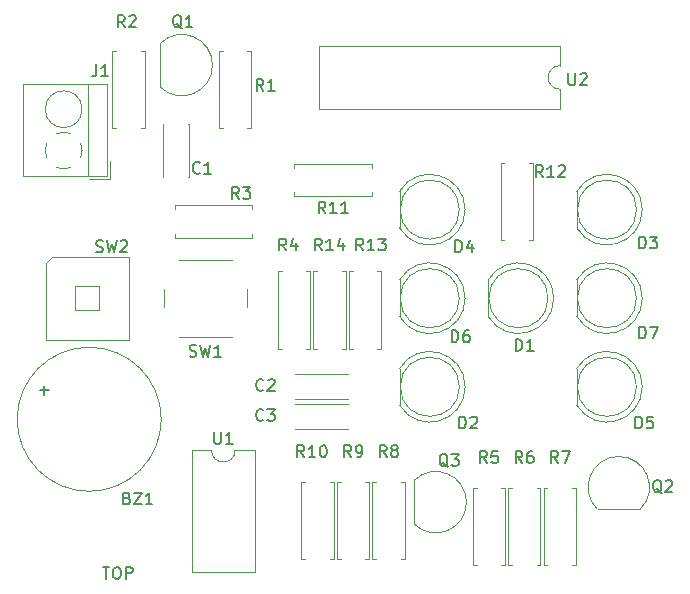
<source format=gto>
G04 #@! TF.GenerationSoftware,KiCad,Pcbnew,8.0.6*
G04 #@! TF.CreationDate,2025-01-02T19:07:44+01:00*
G04 #@! TF.ProjectId,kostka,6b6f7374-6b61-42e6-9b69-6361645f7063,1*
G04 #@! TF.SameCoordinates,Original*
G04 #@! TF.FileFunction,Legend,Top*
G04 #@! TF.FilePolarity,Positive*
%FSLAX46Y46*%
G04 Gerber Fmt 4.6, Leading zero omitted, Abs format (unit mm)*
G04 Created by KiCad (PCBNEW 8.0.6) date 2025-01-02 19:07:44*
%MOMM*%
%LPD*%
G01*
G04 APERTURE LIST*
%ADD10C,0.150000*%
%ADD11C,0.120000*%
%ADD12C,0.100000*%
%ADD13C,2.800000*%
%ADD14R,1.600000X1.600000*%
%ADD15O,1.600000X1.600000*%
%ADD16C,1.600000*%
%ADD17R,1.050000X1.500000*%
%ADD18O,1.050000X1.500000*%
%ADD19R,2.000000X2.000000*%
%ADD20C,2.000000*%
%ADD21R,1.800000X1.800000*%
%ADD22C,1.800000*%
%ADD23R,1.500000X1.050000*%
%ADD24O,1.500000X1.050000*%
%ADD25R,2.400000X2.400000*%
%ADD26C,2.400000*%
G04 APERTURE END LIST*
D10*
X138306422Y-107772319D02*
X138877850Y-107772319D01*
X138592136Y-108772319D02*
X138592136Y-107772319D01*
X139401660Y-107772319D02*
X139592136Y-107772319D01*
X139592136Y-107772319D02*
X139687374Y-107819938D01*
X139687374Y-107819938D02*
X139782612Y-107915176D01*
X139782612Y-107915176D02*
X139830231Y-108105652D01*
X139830231Y-108105652D02*
X139830231Y-108438985D01*
X139830231Y-108438985D02*
X139782612Y-108629461D01*
X139782612Y-108629461D02*
X139687374Y-108724700D01*
X139687374Y-108724700D02*
X139592136Y-108772319D01*
X139592136Y-108772319D02*
X139401660Y-108772319D01*
X139401660Y-108772319D02*
X139306422Y-108724700D01*
X139306422Y-108724700D02*
X139211184Y-108629461D01*
X139211184Y-108629461D02*
X139163565Y-108438985D01*
X139163565Y-108438985D02*
X139163565Y-108105652D01*
X139163565Y-108105652D02*
X139211184Y-107915176D01*
X139211184Y-107915176D02*
X139306422Y-107819938D01*
X139306422Y-107819938D02*
X139401660Y-107772319D01*
X140258803Y-108772319D02*
X140258803Y-107772319D01*
X140258803Y-107772319D02*
X140639755Y-107772319D01*
X140639755Y-107772319D02*
X140734993Y-107819938D01*
X140734993Y-107819938D02*
X140782612Y-107867557D01*
X140782612Y-107867557D02*
X140830231Y-107962795D01*
X140830231Y-107962795D02*
X140830231Y-108105652D01*
X140830231Y-108105652D02*
X140782612Y-108200890D01*
X140782612Y-108200890D02*
X140734993Y-108248509D01*
X140734993Y-108248509D02*
X140639755Y-108296128D01*
X140639755Y-108296128D02*
X140258803Y-108296128D01*
X177738095Y-65954819D02*
X177738095Y-66764342D01*
X177738095Y-66764342D02*
X177785714Y-66859580D01*
X177785714Y-66859580D02*
X177833333Y-66907200D01*
X177833333Y-66907200D02*
X177928571Y-66954819D01*
X177928571Y-66954819D02*
X178119047Y-66954819D01*
X178119047Y-66954819D02*
X178214285Y-66907200D01*
X178214285Y-66907200D02*
X178261904Y-66859580D01*
X178261904Y-66859580D02*
X178309523Y-66764342D01*
X178309523Y-66764342D02*
X178309523Y-65954819D01*
X178738095Y-66050057D02*
X178785714Y-66002438D01*
X178785714Y-66002438D02*
X178880952Y-65954819D01*
X178880952Y-65954819D02*
X179119047Y-65954819D01*
X179119047Y-65954819D02*
X179214285Y-66002438D01*
X179214285Y-66002438D02*
X179261904Y-66050057D01*
X179261904Y-66050057D02*
X179309523Y-66145295D01*
X179309523Y-66145295D02*
X179309523Y-66240533D01*
X179309523Y-66240533D02*
X179261904Y-66383390D01*
X179261904Y-66383390D02*
X178690476Y-66954819D01*
X178690476Y-66954819D02*
X179309523Y-66954819D01*
X173833333Y-98954819D02*
X173500000Y-98478628D01*
X173261905Y-98954819D02*
X173261905Y-97954819D01*
X173261905Y-97954819D02*
X173642857Y-97954819D01*
X173642857Y-97954819D02*
X173738095Y-98002438D01*
X173738095Y-98002438D02*
X173785714Y-98050057D01*
X173785714Y-98050057D02*
X173833333Y-98145295D01*
X173833333Y-98145295D02*
X173833333Y-98288152D01*
X173833333Y-98288152D02*
X173785714Y-98383390D01*
X173785714Y-98383390D02*
X173738095Y-98431009D01*
X173738095Y-98431009D02*
X173642857Y-98478628D01*
X173642857Y-98478628D02*
X173261905Y-98478628D01*
X174690476Y-97954819D02*
X174500000Y-97954819D01*
X174500000Y-97954819D02*
X174404762Y-98002438D01*
X174404762Y-98002438D02*
X174357143Y-98050057D01*
X174357143Y-98050057D02*
X174261905Y-98192914D01*
X174261905Y-98192914D02*
X174214286Y-98383390D01*
X174214286Y-98383390D02*
X174214286Y-98764342D01*
X174214286Y-98764342D02*
X174261905Y-98859580D01*
X174261905Y-98859580D02*
X174309524Y-98907200D01*
X174309524Y-98907200D02*
X174404762Y-98954819D01*
X174404762Y-98954819D02*
X174595238Y-98954819D01*
X174595238Y-98954819D02*
X174690476Y-98907200D01*
X174690476Y-98907200D02*
X174738095Y-98859580D01*
X174738095Y-98859580D02*
X174785714Y-98764342D01*
X174785714Y-98764342D02*
X174785714Y-98526247D01*
X174785714Y-98526247D02*
X174738095Y-98431009D01*
X174738095Y-98431009D02*
X174690476Y-98383390D01*
X174690476Y-98383390D02*
X174595238Y-98335771D01*
X174595238Y-98335771D02*
X174404762Y-98335771D01*
X174404762Y-98335771D02*
X174309524Y-98383390D01*
X174309524Y-98383390D02*
X174261905Y-98431009D01*
X174261905Y-98431009D02*
X174214286Y-98526247D01*
X155357142Y-98454819D02*
X155023809Y-97978628D01*
X154785714Y-98454819D02*
X154785714Y-97454819D01*
X154785714Y-97454819D02*
X155166666Y-97454819D01*
X155166666Y-97454819D02*
X155261904Y-97502438D01*
X155261904Y-97502438D02*
X155309523Y-97550057D01*
X155309523Y-97550057D02*
X155357142Y-97645295D01*
X155357142Y-97645295D02*
X155357142Y-97788152D01*
X155357142Y-97788152D02*
X155309523Y-97883390D01*
X155309523Y-97883390D02*
X155261904Y-97931009D01*
X155261904Y-97931009D02*
X155166666Y-97978628D01*
X155166666Y-97978628D02*
X154785714Y-97978628D01*
X156309523Y-98454819D02*
X155738095Y-98454819D01*
X156023809Y-98454819D02*
X156023809Y-97454819D01*
X156023809Y-97454819D02*
X155928571Y-97597676D01*
X155928571Y-97597676D02*
X155833333Y-97692914D01*
X155833333Y-97692914D02*
X155738095Y-97740533D01*
X156928571Y-97454819D02*
X157023809Y-97454819D01*
X157023809Y-97454819D02*
X157119047Y-97502438D01*
X157119047Y-97502438D02*
X157166666Y-97550057D01*
X157166666Y-97550057D02*
X157214285Y-97645295D01*
X157214285Y-97645295D02*
X157261904Y-97835771D01*
X157261904Y-97835771D02*
X157261904Y-98073866D01*
X157261904Y-98073866D02*
X157214285Y-98264342D01*
X157214285Y-98264342D02*
X157166666Y-98359580D01*
X157166666Y-98359580D02*
X157119047Y-98407200D01*
X157119047Y-98407200D02*
X157023809Y-98454819D01*
X157023809Y-98454819D02*
X156928571Y-98454819D01*
X156928571Y-98454819D02*
X156833333Y-98407200D01*
X156833333Y-98407200D02*
X156785714Y-98359580D01*
X156785714Y-98359580D02*
X156738095Y-98264342D01*
X156738095Y-98264342D02*
X156690476Y-98073866D01*
X156690476Y-98073866D02*
X156690476Y-97835771D01*
X156690476Y-97835771D02*
X156738095Y-97645295D01*
X156738095Y-97645295D02*
X156785714Y-97550057D01*
X156785714Y-97550057D02*
X156833333Y-97502438D01*
X156833333Y-97502438D02*
X156928571Y-97454819D01*
X140168333Y-62049819D02*
X139835000Y-61573628D01*
X139596905Y-62049819D02*
X139596905Y-61049819D01*
X139596905Y-61049819D02*
X139977857Y-61049819D01*
X139977857Y-61049819D02*
X140073095Y-61097438D01*
X140073095Y-61097438D02*
X140120714Y-61145057D01*
X140120714Y-61145057D02*
X140168333Y-61240295D01*
X140168333Y-61240295D02*
X140168333Y-61383152D01*
X140168333Y-61383152D02*
X140120714Y-61478390D01*
X140120714Y-61478390D02*
X140073095Y-61526009D01*
X140073095Y-61526009D02*
X139977857Y-61573628D01*
X139977857Y-61573628D02*
X139596905Y-61573628D01*
X140549286Y-61145057D02*
X140596905Y-61097438D01*
X140596905Y-61097438D02*
X140692143Y-61049819D01*
X140692143Y-61049819D02*
X140930238Y-61049819D01*
X140930238Y-61049819D02*
X141025476Y-61097438D01*
X141025476Y-61097438D02*
X141073095Y-61145057D01*
X141073095Y-61145057D02*
X141120714Y-61240295D01*
X141120714Y-61240295D02*
X141120714Y-61335533D01*
X141120714Y-61335533D02*
X141073095Y-61478390D01*
X141073095Y-61478390D02*
X140501667Y-62049819D01*
X140501667Y-62049819D02*
X141120714Y-62049819D01*
X153833333Y-80954819D02*
X153500000Y-80478628D01*
X153261905Y-80954819D02*
X153261905Y-79954819D01*
X153261905Y-79954819D02*
X153642857Y-79954819D01*
X153642857Y-79954819D02*
X153738095Y-80002438D01*
X153738095Y-80002438D02*
X153785714Y-80050057D01*
X153785714Y-80050057D02*
X153833333Y-80145295D01*
X153833333Y-80145295D02*
X153833333Y-80288152D01*
X153833333Y-80288152D02*
X153785714Y-80383390D01*
X153785714Y-80383390D02*
X153738095Y-80431009D01*
X153738095Y-80431009D02*
X153642857Y-80478628D01*
X153642857Y-80478628D02*
X153261905Y-80478628D01*
X154690476Y-80288152D02*
X154690476Y-80954819D01*
X154452381Y-79907200D02*
X154214286Y-80621485D01*
X154214286Y-80621485D02*
X154833333Y-80621485D01*
X185642261Y-101515057D02*
X185547023Y-101467438D01*
X185547023Y-101467438D02*
X185451785Y-101372200D01*
X185451785Y-101372200D02*
X185308928Y-101229342D01*
X185308928Y-101229342D02*
X185213690Y-101181723D01*
X185213690Y-101181723D02*
X185118452Y-101181723D01*
X185166071Y-101419819D02*
X185070833Y-101372200D01*
X185070833Y-101372200D02*
X184975595Y-101276961D01*
X184975595Y-101276961D02*
X184927976Y-101086485D01*
X184927976Y-101086485D02*
X184927976Y-100753152D01*
X184927976Y-100753152D02*
X184975595Y-100562676D01*
X184975595Y-100562676D02*
X185070833Y-100467438D01*
X185070833Y-100467438D02*
X185166071Y-100419819D01*
X185166071Y-100419819D02*
X185356547Y-100419819D01*
X185356547Y-100419819D02*
X185451785Y-100467438D01*
X185451785Y-100467438D02*
X185547023Y-100562676D01*
X185547023Y-100562676D02*
X185594642Y-100753152D01*
X185594642Y-100753152D02*
X185594642Y-101086485D01*
X185594642Y-101086485D02*
X185547023Y-101276961D01*
X185547023Y-101276961D02*
X185451785Y-101372200D01*
X185451785Y-101372200D02*
X185356547Y-101419819D01*
X185356547Y-101419819D02*
X185166071Y-101419819D01*
X185975595Y-100515057D02*
X186023214Y-100467438D01*
X186023214Y-100467438D02*
X186118452Y-100419819D01*
X186118452Y-100419819D02*
X186356547Y-100419819D01*
X186356547Y-100419819D02*
X186451785Y-100467438D01*
X186451785Y-100467438D02*
X186499404Y-100515057D01*
X186499404Y-100515057D02*
X186547023Y-100610295D01*
X186547023Y-100610295D02*
X186547023Y-100705533D01*
X186547023Y-100705533D02*
X186499404Y-100848390D01*
X186499404Y-100848390D02*
X185927976Y-101419819D01*
X185927976Y-101419819D02*
X186547023Y-101419819D01*
X176833333Y-98954819D02*
X176500000Y-98478628D01*
X176261905Y-98954819D02*
X176261905Y-97954819D01*
X176261905Y-97954819D02*
X176642857Y-97954819D01*
X176642857Y-97954819D02*
X176738095Y-98002438D01*
X176738095Y-98002438D02*
X176785714Y-98050057D01*
X176785714Y-98050057D02*
X176833333Y-98145295D01*
X176833333Y-98145295D02*
X176833333Y-98288152D01*
X176833333Y-98288152D02*
X176785714Y-98383390D01*
X176785714Y-98383390D02*
X176738095Y-98431009D01*
X176738095Y-98431009D02*
X176642857Y-98478628D01*
X176642857Y-98478628D02*
X176261905Y-98478628D01*
X177166667Y-97954819D02*
X177833333Y-97954819D01*
X177833333Y-97954819D02*
X177404762Y-98954819D01*
X140369047Y-101931009D02*
X140511904Y-101978628D01*
X140511904Y-101978628D02*
X140559523Y-102026247D01*
X140559523Y-102026247D02*
X140607142Y-102121485D01*
X140607142Y-102121485D02*
X140607142Y-102264342D01*
X140607142Y-102264342D02*
X140559523Y-102359580D01*
X140559523Y-102359580D02*
X140511904Y-102407200D01*
X140511904Y-102407200D02*
X140416666Y-102454819D01*
X140416666Y-102454819D02*
X140035714Y-102454819D01*
X140035714Y-102454819D02*
X140035714Y-101454819D01*
X140035714Y-101454819D02*
X140369047Y-101454819D01*
X140369047Y-101454819D02*
X140464285Y-101502438D01*
X140464285Y-101502438D02*
X140511904Y-101550057D01*
X140511904Y-101550057D02*
X140559523Y-101645295D01*
X140559523Y-101645295D02*
X140559523Y-101740533D01*
X140559523Y-101740533D02*
X140511904Y-101835771D01*
X140511904Y-101835771D02*
X140464285Y-101883390D01*
X140464285Y-101883390D02*
X140369047Y-101931009D01*
X140369047Y-101931009D02*
X140035714Y-101931009D01*
X140940476Y-101454819D02*
X141607142Y-101454819D01*
X141607142Y-101454819D02*
X140940476Y-102454819D01*
X140940476Y-102454819D02*
X141607142Y-102454819D01*
X142511904Y-102454819D02*
X141940476Y-102454819D01*
X142226190Y-102454819D02*
X142226190Y-101454819D01*
X142226190Y-101454819D02*
X142130952Y-101597676D01*
X142130952Y-101597676D02*
X142035714Y-101692914D01*
X142035714Y-101692914D02*
X141940476Y-101740533D01*
X132969048Y-92783866D02*
X133730953Y-92783866D01*
X133350000Y-93164819D02*
X133350000Y-92402914D01*
X183729405Y-80782319D02*
X183729405Y-79782319D01*
X183729405Y-79782319D02*
X183967500Y-79782319D01*
X183967500Y-79782319D02*
X184110357Y-79829938D01*
X184110357Y-79829938D02*
X184205595Y-79925176D01*
X184205595Y-79925176D02*
X184253214Y-80020414D01*
X184253214Y-80020414D02*
X184300833Y-80210890D01*
X184300833Y-80210890D02*
X184300833Y-80353747D01*
X184300833Y-80353747D02*
X184253214Y-80544223D01*
X184253214Y-80544223D02*
X184205595Y-80639461D01*
X184205595Y-80639461D02*
X184110357Y-80734700D01*
X184110357Y-80734700D02*
X183967500Y-80782319D01*
X183967500Y-80782319D02*
X183729405Y-80782319D01*
X184634167Y-79782319D02*
X185253214Y-79782319D01*
X185253214Y-79782319D02*
X184919881Y-80163271D01*
X184919881Y-80163271D02*
X185062738Y-80163271D01*
X185062738Y-80163271D02*
X185157976Y-80210890D01*
X185157976Y-80210890D02*
X185205595Y-80258509D01*
X185205595Y-80258509D02*
X185253214Y-80353747D01*
X185253214Y-80353747D02*
X185253214Y-80591842D01*
X185253214Y-80591842D02*
X185205595Y-80687080D01*
X185205595Y-80687080D02*
X185157976Y-80734700D01*
X185157976Y-80734700D02*
X185062738Y-80782319D01*
X185062738Y-80782319D02*
X184777024Y-80782319D01*
X184777024Y-80782319D02*
X184681786Y-80734700D01*
X184681786Y-80734700D02*
X184634167Y-80687080D01*
X147748095Y-96324819D02*
X147748095Y-97134342D01*
X147748095Y-97134342D02*
X147795714Y-97229580D01*
X147795714Y-97229580D02*
X147843333Y-97277200D01*
X147843333Y-97277200D02*
X147938571Y-97324819D01*
X147938571Y-97324819D02*
X148129047Y-97324819D01*
X148129047Y-97324819D02*
X148224285Y-97277200D01*
X148224285Y-97277200D02*
X148271904Y-97229580D01*
X148271904Y-97229580D02*
X148319523Y-97134342D01*
X148319523Y-97134342D02*
X148319523Y-96324819D01*
X149319523Y-97324819D02*
X148748095Y-97324819D01*
X149033809Y-97324819D02*
X149033809Y-96324819D01*
X149033809Y-96324819D02*
X148938571Y-96467676D01*
X148938571Y-96467676D02*
X148843333Y-96562914D01*
X148843333Y-96562914D02*
X148748095Y-96610533D01*
X145002261Y-62145057D02*
X144907023Y-62097438D01*
X144907023Y-62097438D02*
X144811785Y-62002200D01*
X144811785Y-62002200D02*
X144668928Y-61859342D01*
X144668928Y-61859342D02*
X144573690Y-61811723D01*
X144573690Y-61811723D02*
X144478452Y-61811723D01*
X144526071Y-62049819D02*
X144430833Y-62002200D01*
X144430833Y-62002200D02*
X144335595Y-61906961D01*
X144335595Y-61906961D02*
X144287976Y-61716485D01*
X144287976Y-61716485D02*
X144287976Y-61383152D01*
X144287976Y-61383152D02*
X144335595Y-61192676D01*
X144335595Y-61192676D02*
X144430833Y-61097438D01*
X144430833Y-61097438D02*
X144526071Y-61049819D01*
X144526071Y-61049819D02*
X144716547Y-61049819D01*
X144716547Y-61049819D02*
X144811785Y-61097438D01*
X144811785Y-61097438D02*
X144907023Y-61192676D01*
X144907023Y-61192676D02*
X144954642Y-61383152D01*
X144954642Y-61383152D02*
X144954642Y-61716485D01*
X144954642Y-61716485D02*
X144907023Y-61906961D01*
X144907023Y-61906961D02*
X144811785Y-62002200D01*
X144811785Y-62002200D02*
X144716547Y-62049819D01*
X144716547Y-62049819D02*
X144526071Y-62049819D01*
X145907023Y-62049819D02*
X145335595Y-62049819D01*
X145621309Y-62049819D02*
X145621309Y-61049819D01*
X145621309Y-61049819D02*
X145526071Y-61192676D01*
X145526071Y-61192676D02*
X145430833Y-61287914D01*
X145430833Y-61287914D02*
X145335595Y-61335533D01*
X151915833Y-67447319D02*
X151582500Y-66971128D01*
X151344405Y-67447319D02*
X151344405Y-66447319D01*
X151344405Y-66447319D02*
X151725357Y-66447319D01*
X151725357Y-66447319D02*
X151820595Y-66494938D01*
X151820595Y-66494938D02*
X151868214Y-66542557D01*
X151868214Y-66542557D02*
X151915833Y-66637795D01*
X151915833Y-66637795D02*
X151915833Y-66780652D01*
X151915833Y-66780652D02*
X151868214Y-66875890D01*
X151868214Y-66875890D02*
X151820595Y-66923509D01*
X151820595Y-66923509D02*
X151725357Y-66971128D01*
X151725357Y-66971128D02*
X151344405Y-66971128D01*
X152868214Y-67447319D02*
X152296786Y-67447319D01*
X152582500Y-67447319D02*
X152582500Y-66447319D01*
X152582500Y-66447319D02*
X152487262Y-66590176D01*
X152487262Y-66590176D02*
X152392024Y-66685414D01*
X152392024Y-66685414D02*
X152296786Y-66733033D01*
X159333333Y-98454819D02*
X159000000Y-97978628D01*
X158761905Y-98454819D02*
X158761905Y-97454819D01*
X158761905Y-97454819D02*
X159142857Y-97454819D01*
X159142857Y-97454819D02*
X159238095Y-97502438D01*
X159238095Y-97502438D02*
X159285714Y-97550057D01*
X159285714Y-97550057D02*
X159333333Y-97645295D01*
X159333333Y-97645295D02*
X159333333Y-97788152D01*
X159333333Y-97788152D02*
X159285714Y-97883390D01*
X159285714Y-97883390D02*
X159238095Y-97931009D01*
X159238095Y-97931009D02*
X159142857Y-97978628D01*
X159142857Y-97978628D02*
X158761905Y-97978628D01*
X159809524Y-98454819D02*
X160000000Y-98454819D01*
X160000000Y-98454819D02*
X160095238Y-98407200D01*
X160095238Y-98407200D02*
X160142857Y-98359580D01*
X160142857Y-98359580D02*
X160238095Y-98216723D01*
X160238095Y-98216723D02*
X160285714Y-98026247D01*
X160285714Y-98026247D02*
X160285714Y-97645295D01*
X160285714Y-97645295D02*
X160238095Y-97550057D01*
X160238095Y-97550057D02*
X160190476Y-97502438D01*
X160190476Y-97502438D02*
X160095238Y-97454819D01*
X160095238Y-97454819D02*
X159904762Y-97454819D01*
X159904762Y-97454819D02*
X159809524Y-97502438D01*
X159809524Y-97502438D02*
X159761905Y-97550057D01*
X159761905Y-97550057D02*
X159714286Y-97645295D01*
X159714286Y-97645295D02*
X159714286Y-97883390D01*
X159714286Y-97883390D02*
X159761905Y-97978628D01*
X159761905Y-97978628D02*
X159809524Y-98026247D01*
X159809524Y-98026247D02*
X159904762Y-98073866D01*
X159904762Y-98073866D02*
X160095238Y-98073866D01*
X160095238Y-98073866D02*
X160190476Y-98026247D01*
X160190476Y-98026247D02*
X160238095Y-97978628D01*
X160238095Y-97978628D02*
X160285714Y-97883390D01*
X146533333Y-74359580D02*
X146485714Y-74407200D01*
X146485714Y-74407200D02*
X146342857Y-74454819D01*
X146342857Y-74454819D02*
X146247619Y-74454819D01*
X146247619Y-74454819D02*
X146104762Y-74407200D01*
X146104762Y-74407200D02*
X146009524Y-74311961D01*
X146009524Y-74311961D02*
X145961905Y-74216723D01*
X145961905Y-74216723D02*
X145914286Y-74026247D01*
X145914286Y-74026247D02*
X145914286Y-73883390D01*
X145914286Y-73883390D02*
X145961905Y-73692914D01*
X145961905Y-73692914D02*
X146009524Y-73597676D01*
X146009524Y-73597676D02*
X146104762Y-73502438D01*
X146104762Y-73502438D02*
X146247619Y-73454819D01*
X146247619Y-73454819D02*
X146342857Y-73454819D01*
X146342857Y-73454819D02*
X146485714Y-73502438D01*
X146485714Y-73502438D02*
X146533333Y-73550057D01*
X147485714Y-74454819D02*
X146914286Y-74454819D01*
X147200000Y-74454819D02*
X147200000Y-73454819D01*
X147200000Y-73454819D02*
X147104762Y-73597676D01*
X147104762Y-73597676D02*
X147009524Y-73692914D01*
X147009524Y-73692914D02*
X146914286Y-73740533D01*
X157167142Y-77824819D02*
X156833809Y-77348628D01*
X156595714Y-77824819D02*
X156595714Y-76824819D01*
X156595714Y-76824819D02*
X156976666Y-76824819D01*
X156976666Y-76824819D02*
X157071904Y-76872438D01*
X157071904Y-76872438D02*
X157119523Y-76920057D01*
X157119523Y-76920057D02*
X157167142Y-77015295D01*
X157167142Y-77015295D02*
X157167142Y-77158152D01*
X157167142Y-77158152D02*
X157119523Y-77253390D01*
X157119523Y-77253390D02*
X157071904Y-77301009D01*
X157071904Y-77301009D02*
X156976666Y-77348628D01*
X156976666Y-77348628D02*
X156595714Y-77348628D01*
X158119523Y-77824819D02*
X157548095Y-77824819D01*
X157833809Y-77824819D02*
X157833809Y-76824819D01*
X157833809Y-76824819D02*
X157738571Y-76967676D01*
X157738571Y-76967676D02*
X157643333Y-77062914D01*
X157643333Y-77062914D02*
X157548095Y-77110533D01*
X159071904Y-77824819D02*
X158500476Y-77824819D01*
X158786190Y-77824819D02*
X158786190Y-76824819D01*
X158786190Y-76824819D02*
X158690952Y-76967676D01*
X158690952Y-76967676D02*
X158595714Y-77062914D01*
X158595714Y-77062914D02*
X158500476Y-77110533D01*
X183411905Y-96022319D02*
X183411905Y-95022319D01*
X183411905Y-95022319D02*
X183650000Y-95022319D01*
X183650000Y-95022319D02*
X183792857Y-95069938D01*
X183792857Y-95069938D02*
X183888095Y-95165176D01*
X183888095Y-95165176D02*
X183935714Y-95260414D01*
X183935714Y-95260414D02*
X183983333Y-95450890D01*
X183983333Y-95450890D02*
X183983333Y-95593747D01*
X183983333Y-95593747D02*
X183935714Y-95784223D01*
X183935714Y-95784223D02*
X183888095Y-95879461D01*
X183888095Y-95879461D02*
X183792857Y-95974700D01*
X183792857Y-95974700D02*
X183650000Y-96022319D01*
X183650000Y-96022319D02*
X183411905Y-96022319D01*
X184888095Y-95022319D02*
X184411905Y-95022319D01*
X184411905Y-95022319D02*
X184364286Y-95498509D01*
X184364286Y-95498509D02*
X184411905Y-95450890D01*
X184411905Y-95450890D02*
X184507143Y-95403271D01*
X184507143Y-95403271D02*
X184745238Y-95403271D01*
X184745238Y-95403271D02*
X184840476Y-95450890D01*
X184840476Y-95450890D02*
X184888095Y-95498509D01*
X184888095Y-95498509D02*
X184935714Y-95593747D01*
X184935714Y-95593747D02*
X184935714Y-95831842D01*
X184935714Y-95831842D02*
X184888095Y-95927080D01*
X184888095Y-95927080D02*
X184840476Y-95974700D01*
X184840476Y-95974700D02*
X184745238Y-96022319D01*
X184745238Y-96022319D02*
X184507143Y-96022319D01*
X184507143Y-96022319D02*
X184411905Y-95974700D01*
X184411905Y-95974700D02*
X184364286Y-95927080D01*
X167854405Y-88719819D02*
X167854405Y-87719819D01*
X167854405Y-87719819D02*
X168092500Y-87719819D01*
X168092500Y-87719819D02*
X168235357Y-87767438D01*
X168235357Y-87767438D02*
X168330595Y-87862676D01*
X168330595Y-87862676D02*
X168378214Y-87957914D01*
X168378214Y-87957914D02*
X168425833Y-88148390D01*
X168425833Y-88148390D02*
X168425833Y-88291247D01*
X168425833Y-88291247D02*
X168378214Y-88481723D01*
X168378214Y-88481723D02*
X168330595Y-88576961D01*
X168330595Y-88576961D02*
X168235357Y-88672200D01*
X168235357Y-88672200D02*
X168092500Y-88719819D01*
X168092500Y-88719819D02*
X167854405Y-88719819D01*
X169282976Y-87719819D02*
X169092500Y-87719819D01*
X169092500Y-87719819D02*
X168997262Y-87767438D01*
X168997262Y-87767438D02*
X168949643Y-87815057D01*
X168949643Y-87815057D02*
X168854405Y-87957914D01*
X168854405Y-87957914D02*
X168806786Y-88148390D01*
X168806786Y-88148390D02*
X168806786Y-88529342D01*
X168806786Y-88529342D02*
X168854405Y-88624580D01*
X168854405Y-88624580D02*
X168902024Y-88672200D01*
X168902024Y-88672200D02*
X168997262Y-88719819D01*
X168997262Y-88719819D02*
X169187738Y-88719819D01*
X169187738Y-88719819D02*
X169282976Y-88672200D01*
X169282976Y-88672200D02*
X169330595Y-88624580D01*
X169330595Y-88624580D02*
X169378214Y-88529342D01*
X169378214Y-88529342D02*
X169378214Y-88291247D01*
X169378214Y-88291247D02*
X169330595Y-88196009D01*
X169330595Y-88196009D02*
X169282976Y-88148390D01*
X169282976Y-88148390D02*
X169187738Y-88100771D01*
X169187738Y-88100771D02*
X168997262Y-88100771D01*
X168997262Y-88100771D02*
X168902024Y-88148390D01*
X168902024Y-88148390D02*
X168854405Y-88196009D01*
X168854405Y-88196009D02*
X168806786Y-88291247D01*
X137766666Y-65204819D02*
X137766666Y-65919104D01*
X137766666Y-65919104D02*
X137719047Y-66061961D01*
X137719047Y-66061961D02*
X137623809Y-66157200D01*
X137623809Y-66157200D02*
X137480952Y-66204819D01*
X137480952Y-66204819D02*
X137385714Y-66204819D01*
X138766666Y-66204819D02*
X138195238Y-66204819D01*
X138480952Y-66204819D02*
X138480952Y-65204819D01*
X138480952Y-65204819D02*
X138385714Y-65347676D01*
X138385714Y-65347676D02*
X138290476Y-65442914D01*
X138290476Y-65442914D02*
X138195238Y-65490533D01*
X137731667Y-81052200D02*
X137874524Y-81099819D01*
X137874524Y-81099819D02*
X138112619Y-81099819D01*
X138112619Y-81099819D02*
X138207857Y-81052200D01*
X138207857Y-81052200D02*
X138255476Y-81004580D01*
X138255476Y-81004580D02*
X138303095Y-80909342D01*
X138303095Y-80909342D02*
X138303095Y-80814104D01*
X138303095Y-80814104D02*
X138255476Y-80718866D01*
X138255476Y-80718866D02*
X138207857Y-80671247D01*
X138207857Y-80671247D02*
X138112619Y-80623628D01*
X138112619Y-80623628D02*
X137922143Y-80576009D01*
X137922143Y-80576009D02*
X137826905Y-80528390D01*
X137826905Y-80528390D02*
X137779286Y-80480771D01*
X137779286Y-80480771D02*
X137731667Y-80385533D01*
X137731667Y-80385533D02*
X137731667Y-80290295D01*
X137731667Y-80290295D02*
X137779286Y-80195057D01*
X137779286Y-80195057D02*
X137826905Y-80147438D01*
X137826905Y-80147438D02*
X137922143Y-80099819D01*
X137922143Y-80099819D02*
X138160238Y-80099819D01*
X138160238Y-80099819D02*
X138303095Y-80147438D01*
X138636429Y-80099819D02*
X138874524Y-81099819D01*
X138874524Y-81099819D02*
X139065000Y-80385533D01*
X139065000Y-80385533D02*
X139255476Y-81099819D01*
X139255476Y-81099819D02*
X139493572Y-80099819D01*
X139826905Y-80195057D02*
X139874524Y-80147438D01*
X139874524Y-80147438D02*
X139969762Y-80099819D01*
X139969762Y-80099819D02*
X140207857Y-80099819D01*
X140207857Y-80099819D02*
X140303095Y-80147438D01*
X140303095Y-80147438D02*
X140350714Y-80195057D01*
X140350714Y-80195057D02*
X140398333Y-80290295D01*
X140398333Y-80290295D02*
X140398333Y-80385533D01*
X140398333Y-80385533D02*
X140350714Y-80528390D01*
X140350714Y-80528390D02*
X139779286Y-81099819D01*
X139779286Y-81099819D02*
X140398333Y-81099819D01*
X170833333Y-98954819D02*
X170500000Y-98478628D01*
X170261905Y-98954819D02*
X170261905Y-97954819D01*
X170261905Y-97954819D02*
X170642857Y-97954819D01*
X170642857Y-97954819D02*
X170738095Y-98002438D01*
X170738095Y-98002438D02*
X170785714Y-98050057D01*
X170785714Y-98050057D02*
X170833333Y-98145295D01*
X170833333Y-98145295D02*
X170833333Y-98288152D01*
X170833333Y-98288152D02*
X170785714Y-98383390D01*
X170785714Y-98383390D02*
X170738095Y-98431009D01*
X170738095Y-98431009D02*
X170642857Y-98478628D01*
X170642857Y-98478628D02*
X170261905Y-98478628D01*
X171738095Y-97954819D02*
X171261905Y-97954819D01*
X171261905Y-97954819D02*
X171214286Y-98431009D01*
X171214286Y-98431009D02*
X171261905Y-98383390D01*
X171261905Y-98383390D02*
X171357143Y-98335771D01*
X171357143Y-98335771D02*
X171595238Y-98335771D01*
X171595238Y-98335771D02*
X171690476Y-98383390D01*
X171690476Y-98383390D02*
X171738095Y-98431009D01*
X171738095Y-98431009D02*
X171785714Y-98526247D01*
X171785714Y-98526247D02*
X171785714Y-98764342D01*
X171785714Y-98764342D02*
X171738095Y-98859580D01*
X171738095Y-98859580D02*
X171690476Y-98907200D01*
X171690476Y-98907200D02*
X171595238Y-98954819D01*
X171595238Y-98954819D02*
X171357143Y-98954819D01*
X171357143Y-98954819D02*
X171261905Y-98907200D01*
X171261905Y-98907200D02*
X171214286Y-98859580D01*
X156857142Y-80954819D02*
X156523809Y-80478628D01*
X156285714Y-80954819D02*
X156285714Y-79954819D01*
X156285714Y-79954819D02*
X156666666Y-79954819D01*
X156666666Y-79954819D02*
X156761904Y-80002438D01*
X156761904Y-80002438D02*
X156809523Y-80050057D01*
X156809523Y-80050057D02*
X156857142Y-80145295D01*
X156857142Y-80145295D02*
X156857142Y-80288152D01*
X156857142Y-80288152D02*
X156809523Y-80383390D01*
X156809523Y-80383390D02*
X156761904Y-80431009D01*
X156761904Y-80431009D02*
X156666666Y-80478628D01*
X156666666Y-80478628D02*
X156285714Y-80478628D01*
X157809523Y-80954819D02*
X157238095Y-80954819D01*
X157523809Y-80954819D02*
X157523809Y-79954819D01*
X157523809Y-79954819D02*
X157428571Y-80097676D01*
X157428571Y-80097676D02*
X157333333Y-80192914D01*
X157333333Y-80192914D02*
X157238095Y-80240533D01*
X158666666Y-80288152D02*
X158666666Y-80954819D01*
X158428571Y-79907200D02*
X158190476Y-80621485D01*
X158190476Y-80621485D02*
X158809523Y-80621485D01*
X160357142Y-80954819D02*
X160023809Y-80478628D01*
X159785714Y-80954819D02*
X159785714Y-79954819D01*
X159785714Y-79954819D02*
X160166666Y-79954819D01*
X160166666Y-79954819D02*
X160261904Y-80002438D01*
X160261904Y-80002438D02*
X160309523Y-80050057D01*
X160309523Y-80050057D02*
X160357142Y-80145295D01*
X160357142Y-80145295D02*
X160357142Y-80288152D01*
X160357142Y-80288152D02*
X160309523Y-80383390D01*
X160309523Y-80383390D02*
X160261904Y-80431009D01*
X160261904Y-80431009D02*
X160166666Y-80478628D01*
X160166666Y-80478628D02*
X159785714Y-80478628D01*
X161309523Y-80954819D02*
X160738095Y-80954819D01*
X161023809Y-80954819D02*
X161023809Y-79954819D01*
X161023809Y-79954819D02*
X160928571Y-80097676D01*
X160928571Y-80097676D02*
X160833333Y-80192914D01*
X160833333Y-80192914D02*
X160738095Y-80240533D01*
X161642857Y-79954819D02*
X162261904Y-79954819D01*
X162261904Y-79954819D02*
X161928571Y-80335771D01*
X161928571Y-80335771D02*
X162071428Y-80335771D01*
X162071428Y-80335771D02*
X162166666Y-80383390D01*
X162166666Y-80383390D02*
X162214285Y-80431009D01*
X162214285Y-80431009D02*
X162261904Y-80526247D01*
X162261904Y-80526247D02*
X162261904Y-80764342D01*
X162261904Y-80764342D02*
X162214285Y-80859580D01*
X162214285Y-80859580D02*
X162166666Y-80907200D01*
X162166666Y-80907200D02*
X162071428Y-80954819D01*
X162071428Y-80954819D02*
X161785714Y-80954819D01*
X161785714Y-80954819D02*
X161690476Y-80907200D01*
X161690476Y-80907200D02*
X161642857Y-80859580D01*
X151915833Y-95292080D02*
X151868214Y-95339700D01*
X151868214Y-95339700D02*
X151725357Y-95387319D01*
X151725357Y-95387319D02*
X151630119Y-95387319D01*
X151630119Y-95387319D02*
X151487262Y-95339700D01*
X151487262Y-95339700D02*
X151392024Y-95244461D01*
X151392024Y-95244461D02*
X151344405Y-95149223D01*
X151344405Y-95149223D02*
X151296786Y-94958747D01*
X151296786Y-94958747D02*
X151296786Y-94815890D01*
X151296786Y-94815890D02*
X151344405Y-94625414D01*
X151344405Y-94625414D02*
X151392024Y-94530176D01*
X151392024Y-94530176D02*
X151487262Y-94434938D01*
X151487262Y-94434938D02*
X151630119Y-94387319D01*
X151630119Y-94387319D02*
X151725357Y-94387319D01*
X151725357Y-94387319D02*
X151868214Y-94434938D01*
X151868214Y-94434938D02*
X151915833Y-94482557D01*
X152249167Y-94387319D02*
X152868214Y-94387319D01*
X152868214Y-94387319D02*
X152534881Y-94768271D01*
X152534881Y-94768271D02*
X152677738Y-94768271D01*
X152677738Y-94768271D02*
X152772976Y-94815890D01*
X152772976Y-94815890D02*
X152820595Y-94863509D01*
X152820595Y-94863509D02*
X152868214Y-94958747D01*
X152868214Y-94958747D02*
X152868214Y-95196842D01*
X152868214Y-95196842D02*
X152820595Y-95292080D01*
X152820595Y-95292080D02*
X152772976Y-95339700D01*
X152772976Y-95339700D02*
X152677738Y-95387319D01*
X152677738Y-95387319D02*
X152392024Y-95387319D01*
X152392024Y-95387319D02*
X152296786Y-95339700D01*
X152296786Y-95339700D02*
X152249167Y-95292080D01*
X183729405Y-88402319D02*
X183729405Y-87402319D01*
X183729405Y-87402319D02*
X183967500Y-87402319D01*
X183967500Y-87402319D02*
X184110357Y-87449938D01*
X184110357Y-87449938D02*
X184205595Y-87545176D01*
X184205595Y-87545176D02*
X184253214Y-87640414D01*
X184253214Y-87640414D02*
X184300833Y-87830890D01*
X184300833Y-87830890D02*
X184300833Y-87973747D01*
X184300833Y-87973747D02*
X184253214Y-88164223D01*
X184253214Y-88164223D02*
X184205595Y-88259461D01*
X184205595Y-88259461D02*
X184110357Y-88354700D01*
X184110357Y-88354700D02*
X183967500Y-88402319D01*
X183967500Y-88402319D02*
X183729405Y-88402319D01*
X184634167Y-87402319D02*
X185300833Y-87402319D01*
X185300833Y-87402319D02*
X184872262Y-88402319D01*
X168171905Y-81099819D02*
X168171905Y-80099819D01*
X168171905Y-80099819D02*
X168410000Y-80099819D01*
X168410000Y-80099819D02*
X168552857Y-80147438D01*
X168552857Y-80147438D02*
X168648095Y-80242676D01*
X168648095Y-80242676D02*
X168695714Y-80337914D01*
X168695714Y-80337914D02*
X168743333Y-80528390D01*
X168743333Y-80528390D02*
X168743333Y-80671247D01*
X168743333Y-80671247D02*
X168695714Y-80861723D01*
X168695714Y-80861723D02*
X168648095Y-80956961D01*
X168648095Y-80956961D02*
X168552857Y-81052200D01*
X168552857Y-81052200D02*
X168410000Y-81099819D01*
X168410000Y-81099819D02*
X168171905Y-81099819D01*
X169600476Y-80433152D02*
X169600476Y-81099819D01*
X169362381Y-80052200D02*
X169124286Y-80766485D01*
X169124286Y-80766485D02*
X169743333Y-80766485D01*
X173266905Y-89454819D02*
X173266905Y-88454819D01*
X173266905Y-88454819D02*
X173505000Y-88454819D01*
X173505000Y-88454819D02*
X173647857Y-88502438D01*
X173647857Y-88502438D02*
X173743095Y-88597676D01*
X173743095Y-88597676D02*
X173790714Y-88692914D01*
X173790714Y-88692914D02*
X173838333Y-88883390D01*
X173838333Y-88883390D02*
X173838333Y-89026247D01*
X173838333Y-89026247D02*
X173790714Y-89216723D01*
X173790714Y-89216723D02*
X173743095Y-89311961D01*
X173743095Y-89311961D02*
X173647857Y-89407200D01*
X173647857Y-89407200D02*
X173505000Y-89454819D01*
X173505000Y-89454819D02*
X173266905Y-89454819D01*
X174790714Y-89454819D02*
X174219286Y-89454819D01*
X174505000Y-89454819D02*
X174505000Y-88454819D01*
X174505000Y-88454819D02*
X174409762Y-88597676D01*
X174409762Y-88597676D02*
X174314524Y-88692914D01*
X174314524Y-88692914D02*
X174219286Y-88740533D01*
X149833333Y-76584819D02*
X149500000Y-76108628D01*
X149261905Y-76584819D02*
X149261905Y-75584819D01*
X149261905Y-75584819D02*
X149642857Y-75584819D01*
X149642857Y-75584819D02*
X149738095Y-75632438D01*
X149738095Y-75632438D02*
X149785714Y-75680057D01*
X149785714Y-75680057D02*
X149833333Y-75775295D01*
X149833333Y-75775295D02*
X149833333Y-75918152D01*
X149833333Y-75918152D02*
X149785714Y-76013390D01*
X149785714Y-76013390D02*
X149738095Y-76061009D01*
X149738095Y-76061009D02*
X149642857Y-76108628D01*
X149642857Y-76108628D02*
X149261905Y-76108628D01*
X150166667Y-75584819D02*
X150785714Y-75584819D01*
X150785714Y-75584819D02*
X150452381Y-75965771D01*
X150452381Y-75965771D02*
X150595238Y-75965771D01*
X150595238Y-75965771D02*
X150690476Y-76013390D01*
X150690476Y-76013390D02*
X150738095Y-76061009D01*
X150738095Y-76061009D02*
X150785714Y-76156247D01*
X150785714Y-76156247D02*
X150785714Y-76394342D01*
X150785714Y-76394342D02*
X150738095Y-76489580D01*
X150738095Y-76489580D02*
X150690476Y-76537200D01*
X150690476Y-76537200D02*
X150595238Y-76584819D01*
X150595238Y-76584819D02*
X150309524Y-76584819D01*
X150309524Y-76584819D02*
X150214286Y-76537200D01*
X150214286Y-76537200D02*
X150166667Y-76489580D01*
X175569642Y-74749819D02*
X175236309Y-74273628D01*
X174998214Y-74749819D02*
X174998214Y-73749819D01*
X174998214Y-73749819D02*
X175379166Y-73749819D01*
X175379166Y-73749819D02*
X175474404Y-73797438D01*
X175474404Y-73797438D02*
X175522023Y-73845057D01*
X175522023Y-73845057D02*
X175569642Y-73940295D01*
X175569642Y-73940295D02*
X175569642Y-74083152D01*
X175569642Y-74083152D02*
X175522023Y-74178390D01*
X175522023Y-74178390D02*
X175474404Y-74226009D01*
X175474404Y-74226009D02*
X175379166Y-74273628D01*
X175379166Y-74273628D02*
X174998214Y-74273628D01*
X176522023Y-74749819D02*
X175950595Y-74749819D01*
X176236309Y-74749819D02*
X176236309Y-73749819D01*
X176236309Y-73749819D02*
X176141071Y-73892676D01*
X176141071Y-73892676D02*
X176045833Y-73987914D01*
X176045833Y-73987914D02*
X175950595Y-74035533D01*
X176902976Y-73845057D02*
X176950595Y-73797438D01*
X176950595Y-73797438D02*
X177045833Y-73749819D01*
X177045833Y-73749819D02*
X177283928Y-73749819D01*
X177283928Y-73749819D02*
X177379166Y-73797438D01*
X177379166Y-73797438D02*
X177426785Y-73845057D01*
X177426785Y-73845057D02*
X177474404Y-73940295D01*
X177474404Y-73940295D02*
X177474404Y-74035533D01*
X177474404Y-74035533D02*
X177426785Y-74178390D01*
X177426785Y-74178390D02*
X176855357Y-74749819D01*
X176855357Y-74749819D02*
X177474404Y-74749819D01*
X145666667Y-89907200D02*
X145809524Y-89954819D01*
X145809524Y-89954819D02*
X146047619Y-89954819D01*
X146047619Y-89954819D02*
X146142857Y-89907200D01*
X146142857Y-89907200D02*
X146190476Y-89859580D01*
X146190476Y-89859580D02*
X146238095Y-89764342D01*
X146238095Y-89764342D02*
X146238095Y-89669104D01*
X146238095Y-89669104D02*
X146190476Y-89573866D01*
X146190476Y-89573866D02*
X146142857Y-89526247D01*
X146142857Y-89526247D02*
X146047619Y-89478628D01*
X146047619Y-89478628D02*
X145857143Y-89431009D01*
X145857143Y-89431009D02*
X145761905Y-89383390D01*
X145761905Y-89383390D02*
X145714286Y-89335771D01*
X145714286Y-89335771D02*
X145666667Y-89240533D01*
X145666667Y-89240533D02*
X145666667Y-89145295D01*
X145666667Y-89145295D02*
X145714286Y-89050057D01*
X145714286Y-89050057D02*
X145761905Y-89002438D01*
X145761905Y-89002438D02*
X145857143Y-88954819D01*
X145857143Y-88954819D02*
X146095238Y-88954819D01*
X146095238Y-88954819D02*
X146238095Y-89002438D01*
X146571429Y-88954819D02*
X146809524Y-89954819D01*
X146809524Y-89954819D02*
X147000000Y-89240533D01*
X147000000Y-89240533D02*
X147190476Y-89954819D01*
X147190476Y-89954819D02*
X147428572Y-88954819D01*
X148333333Y-89954819D02*
X147761905Y-89954819D01*
X148047619Y-89954819D02*
X148047619Y-88954819D01*
X148047619Y-88954819D02*
X147952381Y-89097676D01*
X147952381Y-89097676D02*
X147857143Y-89192914D01*
X147857143Y-89192914D02*
X147761905Y-89240533D01*
X162333333Y-98454819D02*
X162000000Y-97978628D01*
X161761905Y-98454819D02*
X161761905Y-97454819D01*
X161761905Y-97454819D02*
X162142857Y-97454819D01*
X162142857Y-97454819D02*
X162238095Y-97502438D01*
X162238095Y-97502438D02*
X162285714Y-97550057D01*
X162285714Y-97550057D02*
X162333333Y-97645295D01*
X162333333Y-97645295D02*
X162333333Y-97788152D01*
X162333333Y-97788152D02*
X162285714Y-97883390D01*
X162285714Y-97883390D02*
X162238095Y-97931009D01*
X162238095Y-97931009D02*
X162142857Y-97978628D01*
X162142857Y-97978628D02*
X161761905Y-97978628D01*
X162904762Y-97883390D02*
X162809524Y-97835771D01*
X162809524Y-97835771D02*
X162761905Y-97788152D01*
X162761905Y-97788152D02*
X162714286Y-97692914D01*
X162714286Y-97692914D02*
X162714286Y-97645295D01*
X162714286Y-97645295D02*
X162761905Y-97550057D01*
X162761905Y-97550057D02*
X162809524Y-97502438D01*
X162809524Y-97502438D02*
X162904762Y-97454819D01*
X162904762Y-97454819D02*
X163095238Y-97454819D01*
X163095238Y-97454819D02*
X163190476Y-97502438D01*
X163190476Y-97502438D02*
X163238095Y-97550057D01*
X163238095Y-97550057D02*
X163285714Y-97645295D01*
X163285714Y-97645295D02*
X163285714Y-97692914D01*
X163285714Y-97692914D02*
X163238095Y-97788152D01*
X163238095Y-97788152D02*
X163190476Y-97835771D01*
X163190476Y-97835771D02*
X163095238Y-97883390D01*
X163095238Y-97883390D02*
X162904762Y-97883390D01*
X162904762Y-97883390D02*
X162809524Y-97931009D01*
X162809524Y-97931009D02*
X162761905Y-97978628D01*
X162761905Y-97978628D02*
X162714286Y-98073866D01*
X162714286Y-98073866D02*
X162714286Y-98264342D01*
X162714286Y-98264342D02*
X162761905Y-98359580D01*
X162761905Y-98359580D02*
X162809524Y-98407200D01*
X162809524Y-98407200D02*
X162904762Y-98454819D01*
X162904762Y-98454819D02*
X163095238Y-98454819D01*
X163095238Y-98454819D02*
X163190476Y-98407200D01*
X163190476Y-98407200D02*
X163238095Y-98359580D01*
X163238095Y-98359580D02*
X163285714Y-98264342D01*
X163285714Y-98264342D02*
X163285714Y-98073866D01*
X163285714Y-98073866D02*
X163238095Y-97978628D01*
X163238095Y-97978628D02*
X163190476Y-97931009D01*
X163190476Y-97931009D02*
X163095238Y-97883390D01*
X168489405Y-96022319D02*
X168489405Y-95022319D01*
X168489405Y-95022319D02*
X168727500Y-95022319D01*
X168727500Y-95022319D02*
X168870357Y-95069938D01*
X168870357Y-95069938D02*
X168965595Y-95165176D01*
X168965595Y-95165176D02*
X169013214Y-95260414D01*
X169013214Y-95260414D02*
X169060833Y-95450890D01*
X169060833Y-95450890D02*
X169060833Y-95593747D01*
X169060833Y-95593747D02*
X169013214Y-95784223D01*
X169013214Y-95784223D02*
X168965595Y-95879461D01*
X168965595Y-95879461D02*
X168870357Y-95974700D01*
X168870357Y-95974700D02*
X168727500Y-96022319D01*
X168727500Y-96022319D02*
X168489405Y-96022319D01*
X169441786Y-95117557D02*
X169489405Y-95069938D01*
X169489405Y-95069938D02*
X169584643Y-95022319D01*
X169584643Y-95022319D02*
X169822738Y-95022319D01*
X169822738Y-95022319D02*
X169917976Y-95069938D01*
X169917976Y-95069938D02*
X169965595Y-95117557D01*
X169965595Y-95117557D02*
X170013214Y-95212795D01*
X170013214Y-95212795D02*
X170013214Y-95308033D01*
X170013214Y-95308033D02*
X169965595Y-95450890D01*
X169965595Y-95450890D02*
X169394167Y-96022319D01*
X169394167Y-96022319D02*
X170013214Y-96022319D01*
X167544761Y-99292557D02*
X167449523Y-99244938D01*
X167449523Y-99244938D02*
X167354285Y-99149700D01*
X167354285Y-99149700D02*
X167211428Y-99006842D01*
X167211428Y-99006842D02*
X167116190Y-98959223D01*
X167116190Y-98959223D02*
X167020952Y-98959223D01*
X167068571Y-99197319D02*
X166973333Y-99149700D01*
X166973333Y-99149700D02*
X166878095Y-99054461D01*
X166878095Y-99054461D02*
X166830476Y-98863985D01*
X166830476Y-98863985D02*
X166830476Y-98530652D01*
X166830476Y-98530652D02*
X166878095Y-98340176D01*
X166878095Y-98340176D02*
X166973333Y-98244938D01*
X166973333Y-98244938D02*
X167068571Y-98197319D01*
X167068571Y-98197319D02*
X167259047Y-98197319D01*
X167259047Y-98197319D02*
X167354285Y-98244938D01*
X167354285Y-98244938D02*
X167449523Y-98340176D01*
X167449523Y-98340176D02*
X167497142Y-98530652D01*
X167497142Y-98530652D02*
X167497142Y-98863985D01*
X167497142Y-98863985D02*
X167449523Y-99054461D01*
X167449523Y-99054461D02*
X167354285Y-99149700D01*
X167354285Y-99149700D02*
X167259047Y-99197319D01*
X167259047Y-99197319D02*
X167068571Y-99197319D01*
X167830476Y-98197319D02*
X168449523Y-98197319D01*
X168449523Y-98197319D02*
X168116190Y-98578271D01*
X168116190Y-98578271D02*
X168259047Y-98578271D01*
X168259047Y-98578271D02*
X168354285Y-98625890D01*
X168354285Y-98625890D02*
X168401904Y-98673509D01*
X168401904Y-98673509D02*
X168449523Y-98768747D01*
X168449523Y-98768747D02*
X168449523Y-99006842D01*
X168449523Y-99006842D02*
X168401904Y-99102080D01*
X168401904Y-99102080D02*
X168354285Y-99149700D01*
X168354285Y-99149700D02*
X168259047Y-99197319D01*
X168259047Y-99197319D02*
X167973333Y-99197319D01*
X167973333Y-99197319D02*
X167878095Y-99149700D01*
X167878095Y-99149700D02*
X167830476Y-99102080D01*
X151915833Y-92752080D02*
X151868214Y-92799700D01*
X151868214Y-92799700D02*
X151725357Y-92847319D01*
X151725357Y-92847319D02*
X151630119Y-92847319D01*
X151630119Y-92847319D02*
X151487262Y-92799700D01*
X151487262Y-92799700D02*
X151392024Y-92704461D01*
X151392024Y-92704461D02*
X151344405Y-92609223D01*
X151344405Y-92609223D02*
X151296786Y-92418747D01*
X151296786Y-92418747D02*
X151296786Y-92275890D01*
X151296786Y-92275890D02*
X151344405Y-92085414D01*
X151344405Y-92085414D02*
X151392024Y-91990176D01*
X151392024Y-91990176D02*
X151487262Y-91894938D01*
X151487262Y-91894938D02*
X151630119Y-91847319D01*
X151630119Y-91847319D02*
X151725357Y-91847319D01*
X151725357Y-91847319D02*
X151868214Y-91894938D01*
X151868214Y-91894938D02*
X151915833Y-91942557D01*
X152296786Y-91942557D02*
X152344405Y-91894938D01*
X152344405Y-91894938D02*
X152439643Y-91847319D01*
X152439643Y-91847319D02*
X152677738Y-91847319D01*
X152677738Y-91847319D02*
X152772976Y-91894938D01*
X152772976Y-91894938D02*
X152820595Y-91942557D01*
X152820595Y-91942557D02*
X152868214Y-92037795D01*
X152868214Y-92037795D02*
X152868214Y-92133033D01*
X152868214Y-92133033D02*
X152820595Y-92275890D01*
X152820595Y-92275890D02*
X152249167Y-92847319D01*
X152249167Y-92847319D02*
X152868214Y-92847319D01*
D11*
X156590000Y-63660000D02*
X156590000Y-68960000D01*
X156590000Y-68960000D02*
X177030000Y-68960000D01*
X177030000Y-63660000D02*
X156590000Y-63660000D01*
X177030000Y-65310000D02*
X177030000Y-63660000D01*
X177030000Y-68960000D02*
X177030000Y-67310000D01*
X177030000Y-67310000D02*
G75*
G02*
X177030000Y-65310000I0J1000000D01*
G01*
X172630000Y-101040000D02*
X172960000Y-101040000D01*
X172630000Y-107580000D02*
X172630000Y-101040000D01*
X172960000Y-107580000D02*
X172630000Y-107580000D01*
X175040000Y-107580000D02*
X175370000Y-107580000D01*
X175370000Y-101040000D02*
X175040000Y-101040000D01*
X175370000Y-107580000D02*
X175370000Y-101040000D01*
X155130000Y-100540000D02*
X155460000Y-100540000D01*
X155130000Y-107080000D02*
X155130000Y-100540000D01*
X155460000Y-107080000D02*
X155130000Y-107080000D01*
X157540000Y-107080000D02*
X157870000Y-107080000D01*
X157870000Y-100540000D02*
X157540000Y-100540000D01*
X157870000Y-107080000D02*
X157870000Y-100540000D01*
X139130000Y-64040000D02*
X139460000Y-64040000D01*
X139130000Y-70580000D02*
X139130000Y-64040000D01*
X139460000Y-70580000D02*
X139130000Y-70580000D01*
X141540000Y-70580000D02*
X141870000Y-70580000D01*
X141870000Y-64040000D02*
X141540000Y-64040000D01*
X141870000Y-70580000D02*
X141870000Y-64040000D01*
X153130000Y-82730000D02*
X153460000Y-82730000D01*
X153130000Y-89270000D02*
X153130000Y-82730000D01*
X153460000Y-89270000D02*
X153130000Y-89270000D01*
X155540000Y-89270000D02*
X155870000Y-89270000D01*
X155870000Y-82730000D02*
X155540000Y-82730000D01*
X155870000Y-89270000D02*
X155870000Y-82730000D01*
X180200000Y-102850000D02*
X183800000Y-102850000D01*
X180161522Y-102838478D02*
G75*
G02*
X182000000Y-98399999I1838478J1838478D01*
G01*
X182000000Y-98400000D02*
G75*
G02*
X183838478Y-102838478I0J-2600000D01*
G01*
X175630000Y-101040000D02*
X175960000Y-101040000D01*
X175630000Y-107580000D02*
X175630000Y-101040000D01*
X175960000Y-107580000D02*
X175630000Y-107580000D01*
X178040000Y-107580000D02*
X178370000Y-107580000D01*
X178370000Y-101040000D02*
X178040000Y-101040000D01*
X178370000Y-107580000D02*
X178370000Y-101040000D01*
X143260000Y-95250000D02*
G75*
G02*
X131060000Y-95250000I-6100000J0D01*
G01*
X131060000Y-95250000D02*
G75*
G02*
X143260000Y-95250000I6100000J0D01*
G01*
X178440000Y-75955000D02*
X178440000Y-79045000D01*
X178440000Y-75955170D02*
G75*
G02*
X183990000Y-77500462I2560000J-1544830D01*
G01*
X183990000Y-77499538D02*
G75*
G02*
X178440000Y-79044830I-2990000J-462D01*
G01*
X183500000Y-77500000D02*
G75*
G02*
X178500000Y-77500000I-2500000J0D01*
G01*
X178500000Y-77500000D02*
G75*
G02*
X183500000Y-77500000I2500000J0D01*
G01*
X145860000Y-97870000D02*
X145860000Y-108150000D01*
X145860000Y-108150000D02*
X151160000Y-108150000D01*
X147510000Y-97870000D02*
X145860000Y-97870000D01*
X151160000Y-97870000D02*
X149510000Y-97870000D01*
X151160000Y-108150000D02*
X151160000Y-97870000D01*
X149510000Y-97870000D02*
G75*
G02*
X147510000Y-97870000I-1000000J0D01*
G01*
X143150000Y-63470000D02*
X143150000Y-67070000D01*
X143161522Y-63431522D02*
G75*
G02*
X147600001Y-65270000I1838478J-1838478D01*
G01*
X147600000Y-65270000D02*
G75*
G02*
X143161522Y-67108478I-2600000J0D01*
G01*
X148130000Y-64040000D02*
X148130000Y-70580000D01*
X148130000Y-70580000D02*
X148460000Y-70580000D01*
X148460000Y-64040000D02*
X148130000Y-64040000D01*
X150540000Y-64040000D02*
X150870000Y-64040000D01*
X150870000Y-64040000D02*
X150870000Y-70580000D01*
X150870000Y-70580000D02*
X150540000Y-70580000D01*
X158130000Y-100540000D02*
X158460000Y-100540000D01*
X158130000Y-107080000D02*
X158130000Y-100540000D01*
X158460000Y-107080000D02*
X158130000Y-107080000D01*
X160540000Y-107080000D02*
X160870000Y-107080000D01*
X160870000Y-100540000D02*
X160540000Y-100540000D01*
X160870000Y-107080000D02*
X160870000Y-100540000D01*
X143430000Y-70230000D02*
X143430000Y-74770000D01*
X143445000Y-70230000D02*
X143430000Y-70230000D01*
X143445000Y-74770000D02*
X143430000Y-74770000D01*
X145570000Y-70230000D02*
X145555000Y-70230000D01*
X145570000Y-70230000D02*
X145570000Y-74770000D01*
X145570000Y-74770000D02*
X145555000Y-74770000D01*
X154540000Y-73630000D02*
X154540000Y-73960000D01*
X154540000Y-76370000D02*
X154540000Y-76040000D01*
X161080000Y-73630000D02*
X154540000Y-73630000D01*
X161080000Y-73960000D02*
X161080000Y-73630000D01*
X161080000Y-76040000D02*
X161080000Y-76370000D01*
X161080000Y-76370000D02*
X154540000Y-76370000D01*
X178435000Y-90955000D02*
X178435000Y-94045000D01*
X178435000Y-90955170D02*
G75*
G02*
X183985000Y-92500462I2560000J-1544830D01*
G01*
X183985000Y-92499538D02*
G75*
G02*
X178435000Y-94044830I-2990000J-462D01*
G01*
X183495000Y-92500000D02*
G75*
G02*
X178495000Y-92500000I-2500000J0D01*
G01*
X178495000Y-92500000D02*
G75*
G02*
X183495000Y-92500000I2500000J0D01*
G01*
X163435000Y-83455000D02*
X163435000Y-86545000D01*
X163435000Y-83455170D02*
G75*
G02*
X168985000Y-85000462I2560000J-1544830D01*
G01*
X168985000Y-84999538D02*
G75*
G02*
X163435000Y-86544830I-2990000J-462D01*
G01*
X168495000Y-85000000D02*
G75*
G02*
X163495000Y-85000000I-2500000J0D01*
G01*
X163495000Y-85000000D02*
G75*
G02*
X168495000Y-85000000I2500000J0D01*
G01*
X131540000Y-66840000D02*
X138660000Y-66840000D01*
X131540000Y-74660000D02*
X131540000Y-66840000D01*
X131540000Y-74660000D02*
X138660000Y-74660000D01*
X137100000Y-74660000D02*
X137100000Y-66840000D01*
X137160000Y-74900000D02*
X138900000Y-74900000D01*
X138660000Y-74660000D02*
X138660000Y-66840000D01*
X138900000Y-74900000D02*
X138900000Y-73400000D01*
X133567891Y-73107742D02*
G75*
G02*
X133568000Y-71892000I1432109J607742D01*
G01*
X134392258Y-71067891D02*
G75*
G02*
X135608000Y-71068000I607743J-1432112D01*
G01*
X135607742Y-73932109D02*
G75*
G02*
X134392000Y-73932000I-607742J1432109D01*
G01*
X136431385Y-71892413D02*
G75*
G02*
X136555000Y-72500000I-1431385J-607587D01*
G01*
X136555493Y-72472989D02*
G75*
G02*
X136432000Y-73108000I-1555481J-27013D01*
G01*
X136555000Y-69000000D02*
G75*
G02*
X133445000Y-69000000I-1555000J0D01*
G01*
X133445000Y-69000000D02*
G75*
G02*
X136555000Y-69000000I1555000J0D01*
G01*
D12*
X133500000Y-82000000D02*
X133500000Y-88500000D01*
X133500000Y-82000000D02*
X134000000Y-81500000D01*
X133500000Y-88500000D02*
X140500000Y-88500000D01*
X136000000Y-84000000D02*
X136000000Y-86000000D01*
X136000000Y-86000000D02*
X138000000Y-86000000D01*
X138000000Y-84000000D02*
X136000000Y-84000000D01*
X138000000Y-86000000D02*
X138000000Y-84000000D01*
X140500000Y-81500000D02*
X134000000Y-81500000D01*
X140500000Y-88500000D02*
X140500000Y-81500000D01*
D11*
X169630000Y-101040000D02*
X169960000Y-101040000D01*
X169630000Y-107580000D02*
X169630000Y-101040000D01*
X169960000Y-107580000D02*
X169630000Y-107580000D01*
X172040000Y-107580000D02*
X172370000Y-107580000D01*
X172370000Y-101040000D02*
X172040000Y-101040000D01*
X172370000Y-107580000D02*
X172370000Y-101040000D01*
X156130000Y-82730000D02*
X156130000Y-89270000D01*
X156130000Y-89270000D02*
X156460000Y-89270000D01*
X156460000Y-82730000D02*
X156130000Y-82730000D01*
X158540000Y-82730000D02*
X158870000Y-82730000D01*
X158870000Y-82730000D02*
X158870000Y-89270000D01*
X158870000Y-89270000D02*
X158540000Y-89270000D01*
X159130000Y-82730000D02*
X159460000Y-82730000D01*
X159130000Y-89270000D02*
X159130000Y-82730000D01*
X159460000Y-89270000D02*
X159130000Y-89270000D01*
X161540000Y-89270000D02*
X161870000Y-89270000D01*
X161870000Y-82730000D02*
X161540000Y-82730000D01*
X161870000Y-89270000D02*
X161870000Y-82730000D01*
X159115000Y-96055000D02*
X159115000Y-96070000D01*
X159115000Y-93930000D02*
X159115000Y-93945000D01*
X154575000Y-96070000D02*
X159115000Y-96070000D01*
X154575000Y-96055000D02*
X154575000Y-96070000D01*
X154575000Y-93930000D02*
X159115000Y-93930000D01*
X154575000Y-93930000D02*
X154575000Y-93945000D01*
X178435000Y-83455000D02*
X178435000Y-86545000D01*
X178435000Y-83455170D02*
G75*
G02*
X183985000Y-85000462I2560000J-1544830D01*
G01*
X183985000Y-84999538D02*
G75*
G02*
X178435000Y-86544830I-2990000J-462D01*
G01*
X183495000Y-85000000D02*
G75*
G02*
X178495000Y-85000000I-2500000J0D01*
G01*
X178495000Y-85000000D02*
G75*
G02*
X183495000Y-85000000I2500000J0D01*
G01*
X163435000Y-75955000D02*
X163435000Y-79045000D01*
X163435000Y-75955170D02*
G75*
G02*
X168985000Y-77500462I2560000J-1544830D01*
G01*
X168985000Y-77499538D02*
G75*
G02*
X163435000Y-79044830I-2990000J-462D01*
G01*
X168495000Y-77500000D02*
G75*
G02*
X163495000Y-77500000I-2500000J0D01*
G01*
X163495000Y-77500000D02*
G75*
G02*
X168495000Y-77500000I2500000J0D01*
G01*
X170940000Y-83455000D02*
X170940000Y-86545000D01*
X170940000Y-83455170D02*
G75*
G02*
X176490000Y-85000462I2560000J-1544830D01*
G01*
X176490000Y-84999538D02*
G75*
G02*
X170940000Y-86544830I-2990000J-462D01*
G01*
X176000000Y-85000000D02*
G75*
G02*
X171000000Y-85000000I-2500000J0D01*
G01*
X171000000Y-85000000D02*
G75*
G02*
X176000000Y-85000000I2500000J0D01*
G01*
X144420000Y-77130000D02*
X150960000Y-77130000D01*
X144420000Y-77460000D02*
X144420000Y-77130000D01*
X144420000Y-79540000D02*
X144420000Y-79870000D01*
X144420000Y-79870000D02*
X150960000Y-79870000D01*
X150960000Y-77130000D02*
X150960000Y-77460000D01*
X150960000Y-79870000D02*
X150960000Y-79540000D01*
X171985000Y-73565000D02*
X172315000Y-73565000D01*
X171985000Y-80105000D02*
X171985000Y-73565000D01*
X172315000Y-80105000D02*
X171985000Y-80105000D01*
X174395000Y-80105000D02*
X174725000Y-80105000D01*
X174725000Y-73565000D02*
X174395000Y-73565000D01*
X174725000Y-80105000D02*
X174725000Y-73565000D01*
X143500000Y-84250000D02*
X143500000Y-85750000D01*
X144750000Y-88250000D02*
X149250000Y-88250000D01*
X149250000Y-81750000D02*
X144750000Y-81750000D01*
X150500000Y-85750000D02*
X150500000Y-84250000D01*
X161130000Y-100540000D02*
X161460000Y-100540000D01*
X161130000Y-107080000D02*
X161130000Y-100540000D01*
X161460000Y-107080000D02*
X161130000Y-107080000D01*
X163540000Y-107080000D02*
X163870000Y-107080000D01*
X163870000Y-100540000D02*
X163540000Y-100540000D01*
X163870000Y-107080000D02*
X163870000Y-100540000D01*
X163440000Y-90955000D02*
X163440000Y-94045000D01*
X163440000Y-90955170D02*
G75*
G02*
X168990000Y-92500462I2560000J-1544830D01*
G01*
X168990000Y-92499538D02*
G75*
G02*
X163440000Y-94044830I-2990000J-462D01*
G01*
X168500000Y-92500000D02*
G75*
G02*
X163500000Y-92500000I-2500000J0D01*
G01*
X163500000Y-92500000D02*
G75*
G02*
X168500000Y-92500000I2500000J0D01*
G01*
X164650000Y-100470000D02*
X164650000Y-104070000D01*
X164661522Y-100431522D02*
G75*
G02*
X169100001Y-102270000I1838478J-1838478D01*
G01*
X169100000Y-102270000D02*
G75*
G02*
X164661522Y-104108478I-2600000J0D01*
G01*
X159115000Y-93555000D02*
X159115000Y-93570000D01*
X159115000Y-91430000D02*
X159115000Y-91445000D01*
X154575000Y-93570000D02*
X159115000Y-93570000D01*
X154575000Y-93555000D02*
X154575000Y-93570000D01*
X154575000Y-91430000D02*
X159115000Y-91430000D01*
X154575000Y-91430000D02*
X154575000Y-91445000D01*
%LPC*%
D13*
X136400000Y-78000000D02*
G75*
G02*
X133600000Y-78000000I-1400000J0D01*
G01*
X133600000Y-78000000D02*
G75*
G02*
X136400000Y-78000000I1400000J0D01*
G01*
X149400000Y-93000000D02*
G75*
G02*
X146600000Y-93000000I-1400000J0D01*
G01*
X146600000Y-93000000D02*
G75*
G02*
X149400000Y-93000000I1400000J0D01*
G01*
X175400000Y-93000000D02*
G75*
G02*
X172600000Y-93000000I-1400000J0D01*
G01*
X172600000Y-93000000D02*
G75*
G02*
X175400000Y-93000000I1400000J0D01*
G01*
X182400000Y-71000000D02*
G75*
G02*
X179600000Y-71000000I-1400000J0D01*
G01*
X179600000Y-71000000D02*
G75*
G02*
X182400000Y-71000000I1400000J0D01*
G01*
D14*
X175700000Y-62500000D03*
D15*
X173160000Y-62500000D03*
X170620000Y-62500000D03*
X168080000Y-62500000D03*
X165540000Y-62500000D03*
X163000000Y-62500000D03*
X160460000Y-62500000D03*
X157920000Y-62500000D03*
X157920000Y-70120000D03*
X160460000Y-70120000D03*
X163000000Y-70120000D03*
X165540000Y-70120000D03*
X168080000Y-70120000D03*
X170620000Y-70120000D03*
X173160000Y-70120000D03*
X175700000Y-70120000D03*
D16*
X174000000Y-108120000D03*
D15*
X174000000Y-100500000D03*
D16*
X156500000Y-107620000D03*
D15*
X156500000Y-100000000D03*
D16*
X140500000Y-71120000D03*
D15*
X140500000Y-63500000D03*
D16*
X154500000Y-89810000D03*
D15*
X154500000Y-82190000D03*
D17*
X180730000Y-101000000D03*
D18*
X182000000Y-101000000D03*
X183270000Y-101000000D03*
D16*
X177000000Y-108120000D03*
D15*
X177000000Y-100500000D03*
D19*
X133360000Y-95250000D03*
D20*
X140960000Y-95250000D03*
D21*
X179730000Y-77500000D03*
D22*
X182270000Y-77500000D03*
D14*
X144700000Y-99200000D03*
D15*
X144700000Y-101740000D03*
X144700000Y-104280000D03*
X144700000Y-106820000D03*
X152320000Y-106820000D03*
X152320000Y-104280000D03*
X152320000Y-101740000D03*
X152320000Y-99200000D03*
D23*
X145000000Y-64000000D03*
D24*
X145000000Y-65270000D03*
X145000000Y-66540000D03*
D16*
X149500000Y-63500000D03*
D15*
X149500000Y-71120000D03*
D16*
X159500000Y-107620000D03*
D15*
X159500000Y-100000000D03*
D16*
X144500000Y-70000000D03*
X144500000Y-75000000D03*
X161620000Y-75000000D03*
D15*
X154000000Y-75000000D03*
D21*
X179725000Y-92500000D03*
D22*
X182265000Y-92500000D03*
D21*
X164725000Y-85000000D03*
D22*
X167265000Y-85000000D03*
D25*
X135000000Y-72500000D03*
D26*
X135000000Y-69000000D03*
D14*
X135000000Y-82500000D03*
D16*
X137000000Y-82500000D03*
X139000000Y-82500000D03*
X135000000Y-87500000D03*
X137000000Y-87500000D03*
X139000000Y-87500000D03*
X171000000Y-108120000D03*
D15*
X171000000Y-100500000D03*
D16*
X157500000Y-82190000D03*
D15*
X157500000Y-89810000D03*
D16*
X160500000Y-89810000D03*
D15*
X160500000Y-82190000D03*
D16*
X154345000Y-95000000D03*
X159345000Y-95000000D03*
D21*
X179725000Y-85000000D03*
D22*
X182265000Y-85000000D03*
D21*
X164725000Y-77500000D03*
D22*
X167265000Y-77500000D03*
D21*
X172230000Y-85000000D03*
D22*
X174770000Y-85000000D03*
D16*
X143880000Y-78500000D03*
D15*
X151500000Y-78500000D03*
D16*
X173355000Y-80645000D03*
D15*
X173355000Y-73025000D03*
D20*
X143750000Y-82750000D03*
X150250000Y-82750000D03*
X143750000Y-87250000D03*
X150250000Y-87250000D03*
D16*
X162500000Y-107620000D03*
D15*
X162500000Y-100000000D03*
D21*
X164730000Y-92500000D03*
D22*
X167270000Y-92500000D03*
D23*
X166500000Y-101000000D03*
D24*
X166500000Y-102270000D03*
X166500000Y-103540000D03*
D16*
X154345000Y-92500000D03*
X159345000Y-92500000D03*
%LPD*%
M02*

</source>
